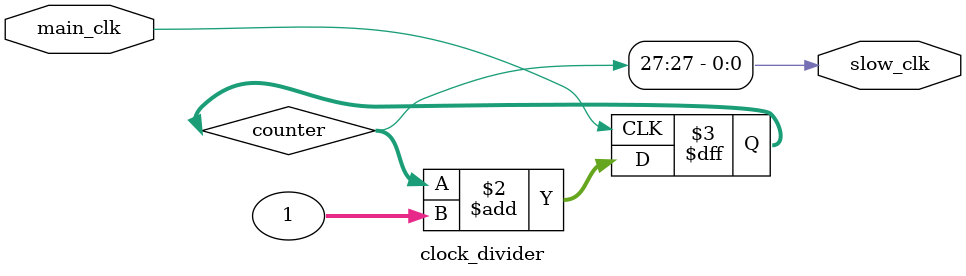
<source format=v>
`timescale 1ns / 1ps

module test(
    input clk,
    input read,
    input write,
    input reset,
    input enable,
    input [3:0]din,
    output reg clk_out,
    output reg [3:0]dout2
    );
    
   reg [3:0]add_w=0;
   reg [3:0]add_r=0;
   reg [3:0]add_next1,add_next2;
   wire [3:0] dout;
  
clock_divider I10 (clk, slow_clk );
   
blk_mem_gen_0 your_instance_name (
  .clka(slow_clk),    // input wire clka
  .ena(enable),      // input wire ena
  .wea(write),      // input wire [0 : 0] wea
  .addra(add_w),  // input wire [3 : 0] addra
  .dina(din),    // input wire [3 : 0] dina
  .clkb(slow_clk),    // input wire clkb
  .enb(read),      // input wire enb
  .addrb(add_r),  // input wire [3 : 0] addrb
  .doutb(dout)  // output wire [3 : 0] doutb
);


always@(posedge slow_clk)
begin
    add_r<=add_next1;
    add_w<=add_next2;
end
  
  //write operation
always@(*)
    begin
    if (reset)
        add_next2<=0;
    else if (write)
        begin
        if (add_next2==4'b1111)
            add_next2=add_w;
        else
            add_next2=add_w+1;
         end
    else
        add_next2=add_next2;
    end
    
    
 always@(*)
    begin
    if (reset)
        add_next1<=0;
    else if (read)
        begin
        if (add_next1==4'b1111)
            add_next1=add_r;
        else
            add_next1=add_r+1;
        end
    else
        add_next1=add_next1;
    end
   
always@(*)
begin
        dout2=dout;
        clk_out=slow_clk;
//        sum=din+dout;
end
endmodule


module clock_divider(input main_clk, output slow_clk );
reg [31:0] counter;
always@ (posedge main_clk)
begin
counter <= counter + 1;
end
assign slow_clk = counter[27];
endmodule
 
</source>
